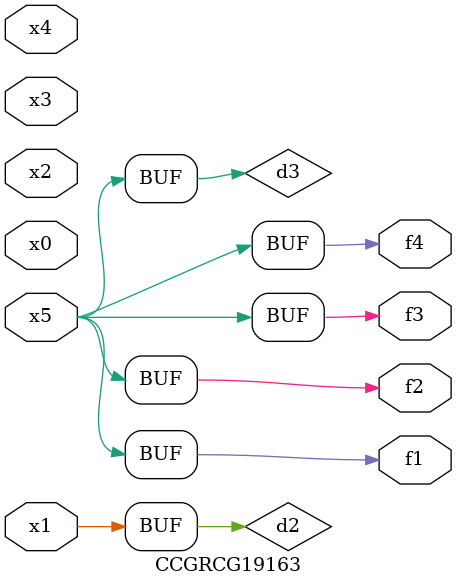
<source format=v>
module CCGRCG19163(
	input x0, x1, x2, x3, x4, x5,
	output f1, f2, f3, f4
);

	wire d1, d2, d3;

	not (d1, x5);
	or (d2, x1);
	xnor (d3, d1);
	assign f1 = d3;
	assign f2 = d3;
	assign f3 = d3;
	assign f4 = d3;
endmodule

</source>
